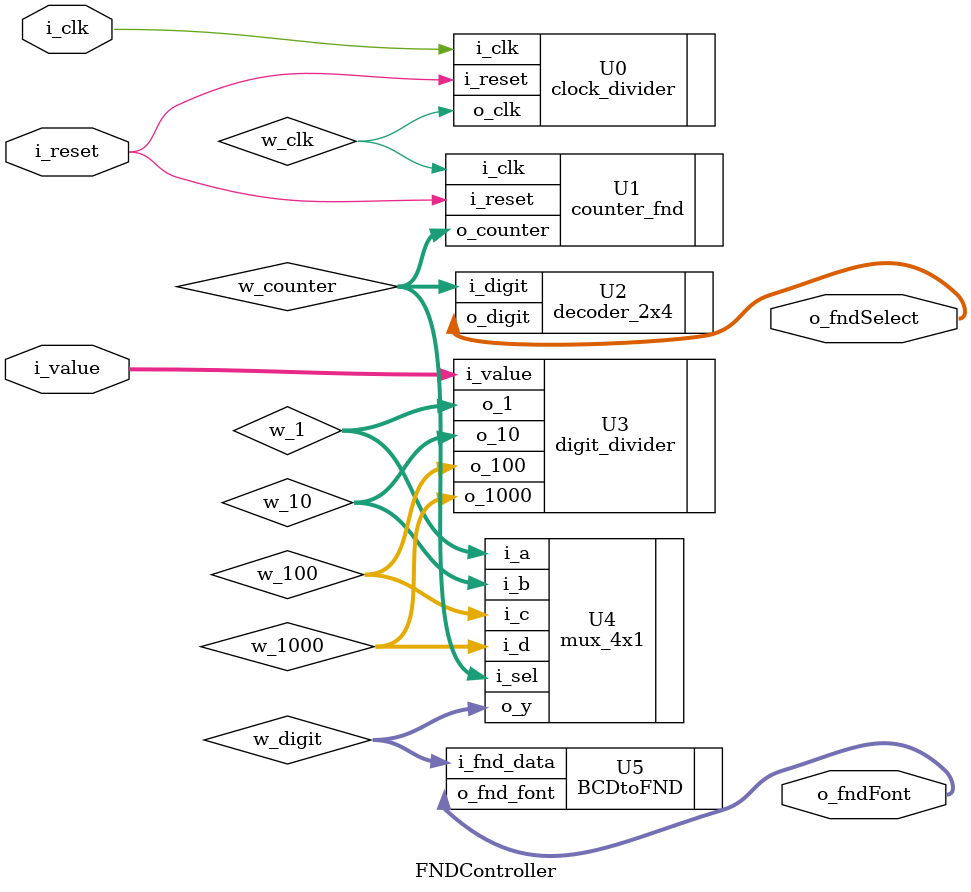
<source format=v>
`timescale 1ns / 1ps


module FNDController(
    input i_clk,
    input i_reset,
    input [13:0]    i_value,

    output [3:0]    o_fndSelect,
    output [7:0]    o_fndFont
    );

    wire w_clk;

    clock_divider U0(
        .i_clk(i_clk),
        .i_reset(i_reset),
        .o_clk(w_clk)
    );

    wire [1:0]  w_counter;

    counter_fnd U1(
        .i_clk(w_clk),
        .i_reset(i_reset),
        .o_counter(w_counter)
    );

    decoder_2x4 U2(
        .i_digit(w_counter),
        .o_digit(o_fndSelect)
    );

    wire [3:0]  w_1000, w_100, w_10, w_1;

    digit_divider U3(
        .i_value(i_value),
        .o_1000(w_1000), 
        .o_100(w_100), 
        .o_10(w_10), 
        .o_1(w_1)
    );

    wire [3:0]  w_digit;

    mux_4x1 U4(
        .i_a(w_1),
        .i_b(w_10),
        .i_c(w_100),
        .i_d(w_1000),
        .i_sel(w_counter),
        .o_y(w_digit)
    );

    BCDtoFND U5(
        .i_fnd_data(w_digit),
        .o_fnd_font(o_fndFont)
    );

endmodule

</source>
